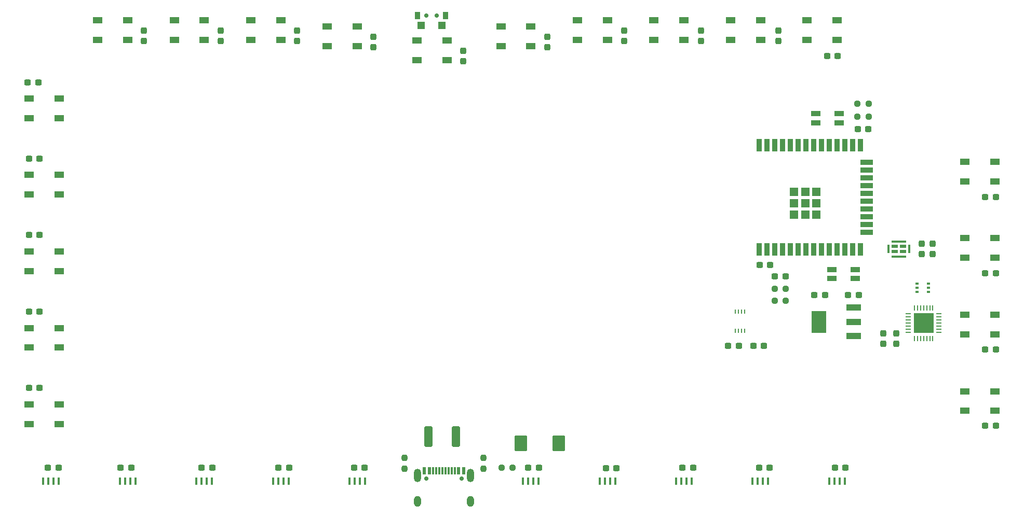
<source format=gbr>
%TF.GenerationSoftware,KiCad,Pcbnew,(6.0.6-0)*%
%TF.CreationDate,2022-08-02T12:10:40+02:00*%
%TF.ProjectId,GlowSignMainPCB,476c6f77-5369-4676-9e4d-61696e504342,rev?*%
%TF.SameCoordinates,Original*%
%TF.FileFunction,Soldermask,Top*%
%TF.FilePolarity,Negative*%
%FSLAX46Y46*%
G04 Gerber Fmt 4.6, Leading zero omitted, Abs format (unit mm)*
G04 Created by KiCad (PCBNEW (6.0.6-0)) date 2022-08-02 12:10:40*
%MOMM*%
%LPD*%
G01*
G04 APERTURE LIST*
G04 Aperture macros list*
%AMRoundRect*
0 Rectangle with rounded corners*
0 $1 Rounding radius*
0 $2 $3 $4 $5 $6 $7 $8 $9 X,Y pos of 4 corners*
0 Add a 4 corners polygon primitive as box body*
4,1,4,$2,$3,$4,$5,$6,$7,$8,$9,$2,$3,0*
0 Add four circle primitives for the rounded corners*
1,1,$1+$1,$2,$3*
1,1,$1+$1,$4,$5*
1,1,$1+$1,$6,$7*
1,1,$1+$1,$8,$9*
0 Add four rect primitives between the rounded corners*
20,1,$1+$1,$2,$3,$4,$5,0*
20,1,$1+$1,$4,$5,$6,$7,0*
20,1,$1+$1,$6,$7,$8,$9,0*
20,1,$1+$1,$8,$9,$2,$3,0*%
G04 Aperture macros list end*
%ADD10RoundRect,0.237500X-0.237500X0.300000X-0.237500X-0.300000X0.237500X-0.300000X0.237500X0.300000X0*%
%ADD11R,0.419990X1.300000*%
%ADD12R,0.900000X2.000000*%
%ADD13R,2.000000X0.900000*%
%ADD14R,1.330000X1.330000*%
%ADD15R,1.500000X1.000000*%
%ADD16RoundRect,0.237500X-0.300000X-0.237500X0.300000X-0.237500X0.300000X0.237500X-0.300000X0.237500X0*%
%ADD17RoundRect,0.250000X-0.400000X-1.450000X0.400000X-1.450000X0.400000X1.450000X-0.400000X1.450000X0*%
%ADD18RoundRect,0.237500X-0.237500X0.250000X-0.237500X-0.250000X0.237500X-0.250000X0.237500X0.250000X0*%
%ADD19RoundRect,0.237500X0.300000X0.237500X-0.300000X0.237500X-0.300000X-0.237500X0.300000X-0.237500X0*%
%ADD20R,0.900000X0.280010*%
%ADD21R,0.280010X0.900000*%
%ADD22R,3.300000X3.300000*%
%ADD23O,0.250013X0.750013*%
%ADD24R,2.470003X0.980010*%
%ADD25R,2.470003X3.600000*%
%ADD26R,1.500000X0.900000*%
%ADD27RoundRect,0.250000X-0.787500X-1.025000X0.787500X-1.025000X0.787500X1.025000X-0.787500X1.025000X0*%
%ADD28RoundRect,0.237500X0.237500X-0.300000X0.237500X0.300000X-0.237500X0.300000X-0.237500X-0.300000X0*%
%ADD29R,0.600000X0.419990*%
%ADD30C,0.700025*%
%ADD31R,0.600000X1.300000*%
%ADD32R,0.300000X1.300000*%
%ADD33O,1.200000X1.800000*%
%ADD34O,1.200000X2.200000*%
%ADD35RoundRect,0.237500X-0.250000X-0.237500X0.250000X-0.237500X0.250000X0.237500X-0.250000X0.237500X0*%
%ADD36RoundRect,0.237500X0.250000X0.237500X-0.250000X0.237500X-0.250000X-0.237500X0.250000X-0.237500X0*%
%ADD37R,1.050013X0.550013*%
%ADD38R,0.450013X1.400000*%
%ADD39R,2.400000X0.450013*%
%ADD40R,0.900000X1.200000*%
%ADD41R,1.200000X1.300000*%
G04 APERTURE END LIST*
D10*
%TO.C,C31*%
X159122600Y-65989900D03*
X159122600Y-67714900D03*
%TD*%
D11*
%TO.C,D3*%
X155179442Y-138608618D03*
X156029328Y-138608618D03*
X156879468Y-138608618D03*
X157729354Y-138608618D03*
%TD*%
D12*
%TO.C,U4*%
X193701250Y-100713700D03*
X194971250Y-100713700D03*
X196241250Y-100713700D03*
X197511250Y-100713700D03*
X198781250Y-100713700D03*
X200051250Y-100713700D03*
X201321250Y-100713700D03*
X202591250Y-100713700D03*
X203861250Y-100713700D03*
X205131250Y-100713700D03*
X206401250Y-100713700D03*
X207671250Y-100713700D03*
X208941250Y-100713700D03*
X210211250Y-100713700D03*
D13*
X211211250Y-97928700D03*
X211211250Y-96658700D03*
X211211250Y-95388700D03*
X211211250Y-94118700D03*
X211211250Y-92848700D03*
X211211250Y-91578700D03*
X211211250Y-90308700D03*
X211211250Y-89038700D03*
X211211250Y-87768700D03*
X211211250Y-86498700D03*
D12*
X210211250Y-83713700D03*
X208941250Y-83713700D03*
X207671250Y-83713700D03*
X206401250Y-83713700D03*
X205131250Y-83713700D03*
X203861250Y-83713700D03*
X202591250Y-83713700D03*
X201321250Y-83713700D03*
X200051250Y-83713700D03*
X198781250Y-83713700D03*
X197511250Y-83713700D03*
X196241250Y-83713700D03*
X194971250Y-83713700D03*
X193701250Y-83713700D03*
D14*
X199366250Y-95048700D03*
X201201250Y-93213700D03*
X199366250Y-91378700D03*
X203036250Y-95048700D03*
X203036250Y-91378700D03*
X203036250Y-93213700D03*
X201201250Y-95048700D03*
X199366250Y-93213700D03*
X201201250Y-91378700D03*
%TD*%
D15*
%TO.C,D18*%
X123283700Y-64322400D03*
X123283700Y-67522400D03*
X128183700Y-67522400D03*
X128183700Y-64322400D03*
%TD*%
%TO.C,D12*%
X201498300Y-63322400D03*
X201498300Y-66522400D03*
X206398300Y-66522400D03*
X206398300Y-63322400D03*
%TD*%
D16*
%TO.C,C48*%
X188633900Y-116471600D03*
X190358900Y-116471600D03*
%TD*%
D15*
%TO.C,D15*%
X164055000Y-63322400D03*
X164055000Y-66522400D03*
X168955000Y-66522400D03*
X168955000Y-63322400D03*
%TD*%
D17*
%TO.C,F1*%
X139761000Y-131318000D03*
X144211000Y-131318000D03*
%TD*%
D15*
%TO.C,D8*%
X227260600Y-123896900D03*
X227260600Y-127096900D03*
X232160600Y-127096900D03*
X232160600Y-123896900D03*
%TD*%
D11*
%TO.C,D28*%
X89445942Y-138608618D03*
X90295828Y-138608618D03*
X91145968Y-138608618D03*
X91995854Y-138608618D03*
%TD*%
D16*
%TO.C,C18*%
X156031100Y-136380120D03*
X157756100Y-136380120D03*
%TD*%
D15*
%TO.C,D19*%
X110802600Y-63322400D03*
X110802600Y-66522400D03*
X115702600Y-66522400D03*
X115702600Y-63322400D03*
%TD*%
D18*
%TO.C,R2*%
X135826000Y-134755500D03*
X135826000Y-136580500D03*
%TD*%
D19*
%TO.C,C7*%
X204406400Y-108211600D03*
X202681400Y-108211600D03*
%TD*%
D15*
%TO.C,D21*%
X85840400Y-63322400D03*
X85840400Y-66522400D03*
X90740400Y-66522400D03*
X90740400Y-63322400D03*
%TD*%
D16*
%TO.C,C38*%
X74617700Y-85928600D03*
X76342700Y-85928600D03*
%TD*%
D15*
%TO.C,D13*%
X189017200Y-63322400D03*
X189017200Y-66522400D03*
X193917200Y-66522400D03*
X193917200Y-63322400D03*
%TD*%
D20*
%TO.C,U7*%
X218006451Y-111260533D03*
X218006451Y-111760914D03*
X218006451Y-112261295D03*
X218006451Y-112761676D03*
X218006451Y-113262057D03*
X218006451Y-113762438D03*
X218006451Y-114262819D03*
D21*
X219005181Y-115261803D03*
X219505562Y-115261803D03*
X220005943Y-115261803D03*
X220506324Y-115261803D03*
X221006705Y-115261803D03*
X221507086Y-115261803D03*
X222007467Y-115261803D03*
D20*
X223006451Y-114262819D03*
X223006451Y-113762438D03*
X223006451Y-113262057D03*
X223006451Y-112761676D03*
X223006451Y-112261295D03*
X223006451Y-111760914D03*
X223006451Y-111260533D03*
D21*
X222007467Y-110261803D03*
X221507086Y-110261803D03*
X221006705Y-110261803D03*
X220506324Y-110261803D03*
X220005943Y-110261803D03*
X219505562Y-110261803D03*
X219005181Y-110261803D03*
D22*
X220506324Y-112761676D03*
%TD*%
D15*
%TO.C,D10*%
X227260600Y-98906900D03*
X227260600Y-102106900D03*
X232160600Y-102106900D03*
X232160600Y-98906900D03*
%TD*%
D10*
%TO.C,C32*%
X145398000Y-68273100D03*
X145398000Y-69998100D03*
%TD*%
D16*
%TO.C,C40*%
X74617700Y-110875266D03*
X76342700Y-110875266D03*
%TD*%
%TO.C,C46*%
X127628600Y-136380120D03*
X129353600Y-136380120D03*
%TD*%
D23*
%TO.C,U3*%
X189814439Y-114019979D03*
X190314566Y-114019979D03*
X190814439Y-114019979D03*
X191314566Y-114019979D03*
X191314566Y-110920157D03*
X190814439Y-110920157D03*
X190314566Y-110920157D03*
X189814439Y-110920157D03*
%TD*%
D15*
%TO.C,D25*%
X74664400Y-113563600D03*
X74664400Y-116763600D03*
X79564400Y-116763600D03*
X79564400Y-113563600D03*
%TD*%
D16*
%TO.C,C37*%
X74423100Y-73507600D03*
X76148100Y-73507600D03*
%TD*%
%TO.C,C27*%
X204777600Y-69162400D03*
X206502600Y-69162400D03*
%TD*%
D11*
%TO.C,D4*%
X167660542Y-138608618D03*
X168510428Y-138608618D03*
X169360568Y-138608618D03*
X170210454Y-138608618D03*
%TD*%
D16*
%TO.C,C19*%
X168701100Y-136440120D03*
X170426100Y-136440120D03*
%TD*%
D24*
%TO.C,U18*%
X209111300Y-114851575D03*
X209111300Y-112551600D03*
X209111300Y-110251625D03*
D25*
X203441500Y-112551600D03*
%TD*%
D16*
%TO.C,C44*%
X102781100Y-136380120D03*
X104506100Y-136380120D03*
%TD*%
D15*
%TO.C,D24*%
X74664400Y-101068600D03*
X74664400Y-104268600D03*
X79564400Y-104268600D03*
X79564400Y-101068600D03*
%TD*%
%TO.C,D16*%
X151573900Y-64322400D03*
X151573900Y-67522400D03*
X156473900Y-67522400D03*
X156473900Y-64322400D03*
%TD*%
D16*
%TO.C,C39*%
X74617700Y-98401933D03*
X76342700Y-98401933D03*
%TD*%
%TO.C,C41*%
X74617700Y-123348600D03*
X76342700Y-123348600D03*
%TD*%
D11*
%TO.C,D7*%
X205103842Y-138608618D03*
X205953728Y-138608618D03*
X206803868Y-138608618D03*
X207653754Y-138608618D03*
%TD*%
D26*
%TO.C,SW1*%
X205576476Y-104011536D03*
X209376324Y-104011536D03*
X209376324Y-105511664D03*
X205576476Y-105511664D03*
%TD*%
D15*
%TO.C,D9*%
X227260600Y-111401900D03*
X227260600Y-114601900D03*
X232160600Y-114601900D03*
X232160600Y-111401900D03*
%TD*%
D16*
%TO.C,C24*%
X230539900Y-117099400D03*
X232264900Y-117099400D03*
%TD*%
D10*
%TO.C,C33*%
X130792600Y-65989900D03*
X130792600Y-67714900D03*
%TD*%
D15*
%TO.C,D20*%
X98321500Y-63322400D03*
X98321500Y-66522400D03*
X103221500Y-66522400D03*
X103221500Y-63322400D03*
%TD*%
D10*
%TO.C,C35*%
X105862600Y-64989900D03*
X105862600Y-66714900D03*
%TD*%
D27*
%TO.C,C3*%
X154824700Y-132435600D03*
X161049700Y-132435600D03*
%TD*%
D16*
%TO.C,C20*%
X181173600Y-136380120D03*
X182898600Y-136380120D03*
%TD*%
D15*
%TO.C,D17*%
X137889100Y-66605600D03*
X137889100Y-69805600D03*
X142789100Y-69805600D03*
X142789100Y-66605600D03*
%TD*%
D28*
%TO.C,C47*%
X222006400Y-101524100D03*
X222006400Y-99799100D03*
%TD*%
D11*
%TO.C,D29*%
X101927042Y-138608618D03*
X102776928Y-138608618D03*
X103627068Y-138608618D03*
X104476954Y-138608618D03*
%TD*%
D29*
%TO.C,U8*%
X219427297Y-106351613D03*
X219427297Y-107001600D03*
X219427297Y-107651587D03*
X221327221Y-107651587D03*
X221327221Y-107001600D03*
X221327221Y-106351613D03*
%TD*%
D30*
%TO.C,USB1*%
X139400782Y-138162655D03*
X145180818Y-138162655D03*
D31*
X139090902Y-136920084D03*
X139890749Y-136920084D03*
D32*
X141040864Y-136920084D03*
X142040864Y-136920084D03*
X142540736Y-136920084D03*
X143540736Y-136920084D03*
D31*
X145490698Y-136920084D03*
X144690851Y-136920084D03*
D32*
X144040864Y-136920084D03*
X143040864Y-136920084D03*
X141540736Y-136920084D03*
X140540736Y-136920084D03*
D33*
X146610841Y-141842614D03*
D34*
X137970759Y-137662528D03*
D33*
X137970759Y-141842614D03*
D34*
X146610841Y-137662528D03*
%TD*%
D11*
%TO.C,D6*%
X192622742Y-138608618D03*
X193472628Y-138608618D03*
X194322768Y-138608618D03*
X195172654Y-138608618D03*
%TD*%
D16*
%TO.C,C42*%
X77721100Y-136380120D03*
X79446100Y-136380120D03*
%TD*%
D35*
%TO.C,R1*%
X151671100Y-136380120D03*
X153496100Y-136380120D03*
%TD*%
D18*
%TO.C,R3*%
X148716000Y-134755500D03*
X148716000Y-136580500D03*
%TD*%
D16*
%TO.C,C25*%
X230539900Y-104651900D03*
X232264900Y-104651900D03*
%TD*%
D10*
%TO.C,C30*%
X171675933Y-64989900D03*
X171675933Y-66714900D03*
%TD*%
D15*
%TO.C,D26*%
X74664400Y-126058600D03*
X74664400Y-129258600D03*
X79564400Y-129258600D03*
X79564400Y-126058600D03*
%TD*%
%TO.C,D23*%
X74664400Y-88573600D03*
X74664400Y-91773600D03*
X79564400Y-91773600D03*
X79564400Y-88573600D03*
%TD*%
D11*
%TO.C,D5*%
X180141642Y-138608618D03*
X180991528Y-138608618D03*
X181841668Y-138608618D03*
X182691554Y-138608618D03*
%TD*%
D15*
%TO.C,D11*%
X227260600Y-86411900D03*
X227260600Y-89611900D03*
X232160600Y-89611900D03*
X232160600Y-86411900D03*
%TD*%
D10*
%TO.C,C29*%
X184229266Y-64989900D03*
X184229266Y-66714900D03*
%TD*%
D36*
%TO.C,R6*%
X198028900Y-107131600D03*
X196203900Y-107131600D03*
%TD*%
D10*
%TO.C,C28*%
X196782600Y-64989900D03*
X196782600Y-66714900D03*
%TD*%
D16*
%TO.C,C45*%
X115311100Y-136380120D03*
X117036100Y-136380120D03*
%TD*%
D28*
%TO.C,C4*%
X213926400Y-116144100D03*
X213926400Y-114419100D03*
%TD*%
D19*
%TO.C,C2*%
X194478900Y-116491600D03*
X192753900Y-116491600D03*
%TD*%
D10*
%TO.C,C34*%
X118327600Y-64989900D03*
X118327600Y-66714900D03*
%TD*%
D37*
%TO.C,U20*%
X217151483Y-100257145D03*
X215801216Y-100257145D03*
X215801216Y-101107031D03*
X217151483Y-101107031D03*
D38*
X218201267Y-100682088D03*
D39*
X216476349Y-99457043D03*
D38*
X214751432Y-100682088D03*
D39*
X216476349Y-101907132D03*
%TD*%
D19*
%TO.C,C8*%
X197978900Y-105111600D03*
X196253900Y-105111600D03*
%TD*%
D10*
%TO.C,C36*%
X93397600Y-64989900D03*
X93397600Y-66714900D03*
%TD*%
D11*
%TO.C,D27*%
X76964842Y-138608618D03*
X77814728Y-138608618D03*
X78664868Y-138608618D03*
X79514754Y-138608618D03*
%TD*%
D15*
%TO.C,D14*%
X176536100Y-63322400D03*
X176536100Y-66522400D03*
X181436100Y-66522400D03*
X181436100Y-63322400D03*
%TD*%
%TO.C,D22*%
X74664400Y-76078600D03*
X74664400Y-79278600D03*
X79564400Y-79278600D03*
X79564400Y-76078600D03*
%TD*%
D10*
%TO.C,C6*%
X216026400Y-114419100D03*
X216026400Y-116144100D03*
%TD*%
D16*
%TO.C,C1*%
X193743900Y-103301600D03*
X195468900Y-103301600D03*
%TD*%
D11*
%TO.C,D30*%
X114408142Y-138608618D03*
X115258028Y-138608618D03*
X116108168Y-138608618D03*
X116958054Y-138608618D03*
%TD*%
D16*
%TO.C,C21*%
X193681100Y-136380120D03*
X195406100Y-136380120D03*
%TD*%
D11*
%TO.C,D31*%
X126889242Y-138608618D03*
X127739128Y-138608618D03*
X128589268Y-138608618D03*
X129439154Y-138608618D03*
%TD*%
D16*
%TO.C,C23*%
X230539900Y-129546900D03*
X232264900Y-129546900D03*
%TD*%
D35*
%TO.C,R7*%
X209713900Y-79061600D03*
X211538900Y-79061600D03*
%TD*%
D28*
%TO.C,C10*%
X220226400Y-101524100D03*
X220226400Y-99799100D03*
%TD*%
D36*
%TO.C,R5*%
X211538900Y-76971600D03*
X209713900Y-76971600D03*
%TD*%
D30*
%TO.C,SW3*%
X141108940Y-62581606D03*
X139408914Y-62581606D03*
D40*
X137958825Y-62581606D03*
X142558775Y-62581606D03*
D41*
X138583921Y-64131517D03*
X141933933Y-64131517D03*
%TD*%
D16*
%TO.C,C9*%
X209763900Y-81101600D03*
X211488900Y-81101600D03*
%TD*%
D36*
%TO.C,R4*%
X198028900Y-109151600D03*
X196203900Y-109151600D03*
%TD*%
D16*
%TO.C,C5*%
X208211400Y-108211600D03*
X209936400Y-108211600D03*
%TD*%
%TO.C,C22*%
X206013600Y-136380120D03*
X207738600Y-136380120D03*
%TD*%
D26*
%TO.C,SW2*%
X202916476Y-80091664D03*
X206716324Y-80091664D03*
X202916476Y-78591536D03*
X206716324Y-78591536D03*
%TD*%
D16*
%TO.C,C43*%
X89581100Y-136420120D03*
X91306100Y-136420120D03*
%TD*%
%TO.C,C26*%
X230539900Y-92204400D03*
X232264900Y-92204400D03*
%TD*%
M02*

</source>
